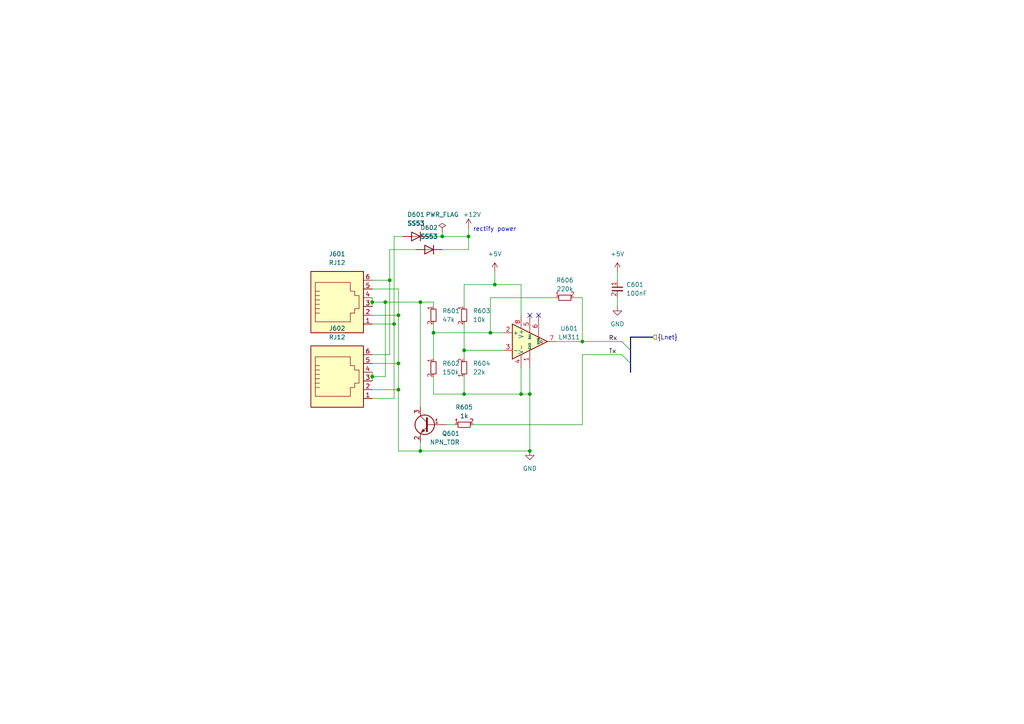
<source format=kicad_sch>
(kicad_sch (version 20231120) (generator "eeschema") (generator_version "8.0")
  (paper "A4")
  (lib_symbols
    (symbol "Comparator:LM311" (pin_names (offset 0.127))
      (property "Reference" "U" (at 3.81 6.35 0))
      (property "Value" "LM311" (at 3.81 3.81 0))
      (symbol "LM311_0_1"
        (polyline (pts (xy 5.08 0) (xy -5.08 5.08) (xy -5.08 -5.08) (xy 5.08 0)) (stroke (width 0.254)) (fill (type background)))
        (polyline (pts (xy 3.683 -0.381) (xy 3.302 -0.381) (xy 3.683 0) (xy 3.302 0.381) (xy 2.921 0) (xy 3.302 -0.381) (xy 2.921 -0.381)) (stroke (width 0.127)))
      )
      (symbol "LM311_1_1"
        (pin passive line (at 0 -7.62 90) (length 5.08) (name "GND") (number "1"))
        (pin input line (at -7.62 2.54 0) (length 2.54) (name "+") (number "2"))
        (pin input line (at -7.62 -2.54 0) (length 2.54) (name "-") (number "3"))
        (pin power_in line (at -2.54 -7.62 90) (length 3.81) (name "V-") (number "4"))
        (pin input line (at 0 7.62 270) (length 5.08) (name "BAL") (number "5"))
        (pin input line (at 2.54 7.62 270) (length 6.35) (name "STRB") (number "6"))
        (pin open_collector line (at 7.62 0 180) (length 2.54) (name "~") (number "7"))
        (pin power_in line (at -2.54 7.62 270) (length 3.81) (name "V+") (number "8"))
      )
    )
    (symbol "capacitor_miscellaneous:C_0402_100nF"
      (property "Reference" "C" (at 1.27 2.54 0))
      (property "Value" "100nF" (at 3.81 -2.54 0))
      (symbol "C_0402_100nF_0_1"
        (polyline (pts (xy -1.524 -0.508) (xy 1.524 -0.508)) (stroke (width 0.3302)))
        (polyline (pts (xy -1.524 0.508) (xy 1.524 0.508)) (stroke (width 0.3048)))
      )
      (symbol "C_0402_100nF_1_1"
        (pin passive line (at 0 2.54 270) (length 2.032) (name "~") (number "1"))
        (pin passive line (at 0 -2.54 90) (length 2.032) (name "~") (number "2"))
      )
    )
    (symbol "custom_kicad_lib_sk:NPN_TOR" (pin_names (offset 0) hide)
      (property "Reference" "Q" (at 5.08 1.905 0))
      (property "Value" "NPN_TOR" (at 5.08 0 0))
      (symbol "NPN_TOR_0_1"
        (polyline (pts (xy 0.635 0.635) (xy 2.54 2.54)))
        (polyline (pts (xy 0.635 -0.635) (xy 2.54 -2.54) (xy 2.54 -2.54)))
        (polyline (pts (xy 0.635 1.905) (xy 0.635 -1.905) (xy 0.635 -1.905)) (stroke (width 0.508)))
        (polyline (pts (xy 1.27 -1.778) (xy 1.778 -1.27) (xy 2.286 -2.286) (xy 1.27 -1.778) (xy 1.27 -1.778)) (fill (type outline)))
        (circle (center 1.27 0) (radius 2.8194) (stroke (width 0.254)))
      )
      (symbol "NPN_TOR_1_1"
        (pin input line (at -5.08 0 0) (length 5.715) (name "B") (number "1"))
        (pin passive line (at 2.54 -5.08 90) (length 2.54) (name "E") (number "2"))
        (pin passive line (at 2.54 5.08 270) (length 2.54) (name "C") (number "3"))
      )
    )
    (symbol "custom_kicad_lib_sk:RJ12" (pin_names (offset 1.016))
      (property "Reference" "J" (at -5.08 11.43 0))
      (property "Value" "RJ12" (at 2.54 11.43 0))
      (symbol "RJ12_0_1"
        (polyline (pts (xy -6.35 -1.905) (xy -5.08 -1.905) (xy -5.08 -1.905)))
        (polyline (pts (xy -6.35 -0.635) (xy -5.08 -0.635) (xy -5.08 -0.635)))
        (polyline (pts (xy -6.35 0.635) (xy -5.08 0.635) (xy -5.08 0.635)))
        (polyline (pts (xy -6.35 1.905) (xy -5.08 1.905) (xy -5.08 1.905)))
        (polyline (pts (xy -6.35 3.175) (xy -5.08 3.175) (xy -5.08 3.175)))
        (polyline (pts (xy -5.08 4.445) (xy -6.35 4.445) (xy -6.35 4.445)))
        (polyline (pts (xy -6.35 -4.445) (xy -6.35 6.985) (xy 3.81 6.985) (xy 3.81 4.445) (xy 5.08 4.445) (xy 5.08 3.175) (xy 6.35 3.175) (xy 6.35 -0.635) (xy 5.08 -0.635) (xy 5.08 -1.905) (xy 3.81 -1.905) (xy 3.81 -4.445) (xy -6.35 -4.445) (xy -6.35 -4.445)))
        (rectangle (start 7.62 10.16) (end -7.62 -7.62) (stroke (width 0.254)) (fill (type background)))
      )
      (symbol "RJ12_1_1"
        (pin passive line (at 10.16 -5.08 180) (length 2.54) (name "~") (number "1"))
        (pin passive line (at 10.16 -2.54 180) (length 2.54) (name "~") (number "2"))
        (pin passive line (at 10.16 0 180) (length 2.54) (name "~") (number "3"))
        (pin passive line (at 10.16 2.54 180) (length 2.54) (name "~") (number "4"))
        (pin passive line (at 10.16 5.08 180) (length 2.54) (name "~") (number "5"))
        (pin passive line (at 10.16 7.62 180) (length 2.54) (name "~") (number "6"))
      )
    )
    (symbol "custom_kicad_lib_sk:SS53" (pin_numbers hide) (pin_names (offset 1.016) hide)
      (property "Reference" "D" (at 0 2.54 0))
      (property "Value" "SS53" (at 0 -1.27 0))
      (symbol "SS53_0_1"
        (polyline (pts (xy -1.27 2.54) (xy -1.27 0)) (stroke (width 0.254)))
        (polyline (pts (xy 1.27 1.27) (xy -1.27 1.27)))
        (polyline (pts (xy 1.27 2.54) (xy 1.27 0) (xy -1.27 1.27) (xy 1.27 2.54)) (stroke (width 0.254)))
      )
      (symbol "SS53_1_1"
        (pin passive line (at -3.81 1.27 0) (length 2.54) (name "K") (number "1"))
        (pin passive line (at 3.81 1.27 180) (length 2.54) (name "A") (number "2"))
      )
    )
    (symbol "power:+12V" (power) (pin_numbers hide) (pin_names (offset 0) hide)
      (property "Value" "+12V" (at 0 3.556 0))
      (symbol "+12V_0_1"
        (polyline (pts (xy -0.762 1.27) (xy 0 2.54)))
        (polyline (pts (xy 0 0) (xy 0 2.54)))
        (polyline (pts (xy 0 2.54) (xy 0.762 1.27)))
      )
      (symbol "+12V_1_1"
        (pin power_in line (at 0 0 90) (length 0) (name "~") (number "1"))
      )
    )
    (symbol "power:+5V" (power) (pin_numbers hide) (pin_names (offset 0) hide)
      (property "Value" "+5V" (at 0 3.556 0))
      (symbol "+5V_0_1"
        (polyline (pts (xy -0.762 1.27) (xy 0 2.54)))
        (polyline (pts (xy 0 0) (xy 0 2.54)))
        (polyline (pts (xy 0 2.54) (xy 0.762 1.27)))
      )
      (symbol "+5V_1_1"
        (pin power_in line (at 0 0 90) (length 0) (name "~") (number "1"))
      )
    )
    (symbol "power:GND" (power) (pin_numbers hide) (pin_names (offset 0) hide)
      (property "Value" "GND" (at 0 -3.81 0))
      (symbol "GND_0_1"
        (polyline (pts (xy 0 0) (xy 0 -1.27) (xy 1.27 -1.27) (xy 0 -2.54) (xy -1.27 -1.27) (xy 0 -1.27)))
      )
      (symbol "GND_1_1"
        (pin power_in line (at 0 0 270) (length 0) (name "~") (number "1"))
      )
    )
    (symbol "power:PWR_FLAG" (power) (pin_numbers hide) (pin_names (offset 0) hide)
      (property "Value" "PWR_FLAG" (at 0 3.81 0))
      (symbol "PWR_FLAG_0_0"
        (pin power_out line (at 0 0 90) (length 0) (name "~") (number "1"))
      )
      (symbol "PWR_FLAG_0_1"
        (polyline (pts (xy 0 0) (xy 0 1.27) (xy -1.016 1.905) (xy 0 2.54) (xy 1.016 1.905) (xy 0 1.27)))
      )
    )
    (symbol "resistors_0603:R_10k_0603"
      (property "Reference" "R" (at 1.27 2.54 0))
      (property "Value" "10k" (at 2.54 -2.54 0))
      (symbol "R_10k_0603_0_1"
        (rectangle (start -0.762 1.778) (end 0.762 -1.778) (stroke (width 0.2032)))
      )
      (symbol "R_10k_0603_1_1"
        (pin passive line (at 0 2.54 270) (length 0.762) (name "~") (number "1"))
        (pin passive line (at 0 -2.54 90) (length 0.762) (name "~") (number "2"))
      )
    )
    (symbol "resistors_0603:R_150k_0603"
      (property "Reference" "R" (at 1.27 2.54 0))
      (property "Value" "150k" (at 2.54 -2.54 0))
      (symbol "R_150k_0603_0_1"
        (rectangle (start -0.762 1.778) (end 0.762 -1.778) (stroke (width 0.2032)))
      )
      (symbol "R_150k_0603_1_1"
        (pin passive line (at 0 2.54 270) (length 0.762) (name "~") (number "1"))
        (pin passive line (at 0 -2.54 90) (length 0.762) (name "~") (number "2"))
      )
    )
    (symbol "resistors_0603:R_1k_0603"
      (property "Reference" "R" (at 1.27 2.54 0))
      (property "Value" "1k" (at 2.54 -2.54 0))
      (symbol "R_1k_0603_0_1"
        (rectangle (start -0.762 1.778) (end 0.762 -1.778) (stroke (width 0.2032)))
      )
      (symbol "R_1k_0603_1_1"
        (pin passive line (at 0 2.54 270) (length 0.762) (name "~") (number "1"))
        (pin passive line (at 0 -2.54 90) (length 0.762) (name "~") (number "2"))
      )
    )
    (symbol "resistors_0603:R_220k_0603"
      (property "Reference" "R" (at 1.27 2.54 0))
      (property "Value" "220k" (at 2.54 -2.54 0))
      (symbol "R_220k_0603_0_1"
        (rectangle (start -0.762 1.778) (end 0.762 -1.778) (stroke (width 0.2032)))
      )
      (symbol "R_220k_0603_1_1"
        (pin passive line (at 0 2.54 270) (length 0.762) (name "~") (number "1"))
        (pin passive line (at 0 -2.54 90) (length 0.762) (name "~") (number "2"))
      )
    )
    (symbol "resistors_0603:R_22k_0603"
      (property "Reference" "R" (at 1.27 2.54 0))
      (property "Value" "22k" (at 2.54 -2.54 0))
      (symbol "R_22k_0603_0_1"
        (rectangle (start -0.762 1.778) (end 0.762 -1.778) (stroke (width 0.2032)))
      )
      (symbol "R_22k_0603_1_1"
        (pin passive line (at 0 2.54 270) (length 0.762) (name "~") (number "1"))
        (pin passive line (at 0 -2.54 90) (length 0.762) (name "~") (number "2"))
      )
    )
    (symbol "resistors_0603:R_47k_0603"
      (property "Reference" "R" (at 1.27 2.54 0))
      (property "Value" "47k" (at 2.54 -2.54 0))
      (symbol "R_47k_0603_0_1"
        (rectangle (start -0.762 1.778) (end 0.762 -1.778) (stroke (width 0.2032)))
      )
      (symbol "R_47k_0603_1_1"
        (pin passive line (at 0 2.54 270) (length 0.762) (name "~") (number "1"))
        (pin passive line (at 0 -2.54 90) (length 0.762) (name "~") (number "2"))
      )
    )
  )
  (junction (at 115.57 91.44))
  (junction (at 151.13 114.3))
  (junction (at 143.51 82.55))
  (junction (at 121.92 87.63))
  (junction (at 107.95 109.22))
  (junction (at 142.24 96.52))
  (junction (at 114.3 93.98))
  (junction (at 168.91 99.06))
  (junction (at 135.89 68.58))
  (junction (at 134.62 114.3))
  (junction (at 115.57 113.03))
  (junction (at 153.67 130.81))
  (junction (at 113.03 81.28))
  (junction (at 111.76 87.63))
  (junction (at 115.57 105.41))
  (junction (at 134.62 101.6))
  (junction (at 153.67 114.3))
  (junction (at 107.95 87.63))
  (junction (at 125.73 96.52))
  (junction (at 121.92 130.81))
  (junction (at 128.27 68.58))
  (no_connect (at 156.21 91.44))
  (no_connect (at 153.67 91.44))
  (bus_entry (at 180.34 102.87) (size 2.54 2.54))
  (bus_entry (at 180.34 99.06) (size 2.54 2.54))
  (wire (pts (xy 153.67 114.3) (xy 153.67 130.81)))
  (wire (pts (xy 107.95 113.03) (xy 115.57 113.03)))
  (wire (pts (xy 125.73 114.3) (xy 134.62 114.3)))
  (wire (pts (xy 125.73 96.52) (xy 142.24 96.52)))
  (wire (pts (xy 115.57 91.44) (xy 115.57 83.82)))
  (wire (pts (xy 134.62 101.6) (xy 134.62 104.14)))
  (wire (pts (xy 134.62 114.3) (xy 151.13 114.3)))
  (wire (pts (xy 168.91 86.36) (xy 166.37 86.36)))
  (wire (pts (xy 134.62 82.55) (xy 134.62 88.9)))
  (wire (pts (xy 107.95 109.22) (xy 111.76 109.22)))
  (wire (pts (xy 137.16 123.19) (xy 168.91 123.19)))
  (wire (pts (xy 151.13 91.44) (xy 151.13 82.55)))
  (wire (pts (xy 146.05 96.52) (xy 142.24 96.52)))
  (wire (pts (xy 121.92 87.63) (xy 125.73 87.63)))
  (wire (pts (xy 151.13 114.3) (xy 151.13 106.68)))
  (wire (pts (xy 121.92 130.81) (xy 153.67 130.81)))
  (wire (pts (xy 128.27 68.58) (xy 135.89 68.58)))
  (wire (pts (xy 125.73 93.98) (xy 125.73 96.52)))
  (wire (pts (xy 142.24 96.52) (xy 142.24 86.36)))
  (wire (pts (xy 107.95 87.63) (xy 107.95 88.9)))
  (wire (pts (xy 142.24 86.36) (xy 161.29 86.36)))
  (wire (pts (xy 143.51 78.74) (xy 143.51 82.55)))
  (wire (pts (xy 115.57 91.44) (xy 115.57 105.41)))
  (wire (pts (xy 111.76 87.63) (xy 121.92 87.63)))
  (wire (pts (xy 113.03 72.39) (xy 120.65 72.39)))
  (wire (pts (xy 168.91 102.87) (xy 168.91 123.19)))
  (wire (pts (xy 107.95 93.98) (xy 114.3 93.98)))
  (wire (pts (xy 124.46 68.58) (xy 128.27 68.58)))
  (wire (pts (xy 115.57 113.03) (xy 115.57 130.81)))
  (wire (pts (xy 125.73 87.63) (xy 125.73 88.9)))
  (wire (pts (xy 114.3 68.58) (xy 116.84 68.58)))
  (wire (pts (xy 135.89 68.58) (xy 135.89 72.39)))
  (wire (pts (xy 179.07 78.74) (xy 179.07 81.28)))
  (wire (pts (xy 113.03 72.39) (xy 113.03 81.28)))
  (bus (pts (xy 182.88 101.6) (xy 182.88 97.79)))
  (wire (pts (xy 161.29 99.06) (xy 168.91 99.06)))
  (wire (pts (xy 107.95 109.22) (xy 107.95 110.49)))
  (wire (pts (xy 134.62 82.55) (xy 143.51 82.55)))
  (wire (pts (xy 107.95 91.44) (xy 115.57 91.44)))
  (wire (pts (xy 168.91 99.06) (xy 180.34 99.06)))
  (wire (pts (xy 134.62 93.98) (xy 134.62 101.6)))
  (wire (pts (xy 135.89 72.39) (xy 128.27 72.39)))
  (wire (pts (xy 115.57 113.03) (xy 115.57 105.41)))
  (wire (pts (xy 115.57 130.81) (xy 121.92 130.81)))
  (wire (pts (xy 135.89 66.04) (xy 135.89 68.58)))
  (wire (pts (xy 107.95 107.95) (xy 107.95 109.22)))
  (bus (pts (xy 182.88 97.79) (xy 189.23 97.79)))
  (wire (pts (xy 151.13 114.3) (xy 153.67 114.3)))
  (wire (pts (xy 151.13 82.55) (xy 143.51 82.55)))
  (wire (pts (xy 107.95 86.36) (xy 107.95 87.63)))
  (wire (pts (xy 107.95 81.28) (xy 113.03 81.28)))
  (wire (pts (xy 134.62 114.3) (xy 134.62 109.22)))
  (wire (pts (xy 153.67 114.3) (xy 153.67 106.68)))
  (wire (pts (xy 168.91 86.36) (xy 168.91 99.06)))
  (wire (pts (xy 121.92 87.63) (xy 121.92 118.11)))
  (wire (pts (xy 111.76 87.63) (xy 111.76 109.22)))
  (wire (pts (xy 107.95 87.63) (xy 111.76 87.63)))
  (wire (pts (xy 168.91 102.87) (xy 180.34 102.87)))
  (wire (pts (xy 114.3 68.58) (xy 114.3 93.98)))
  (wire (pts (xy 107.95 115.57) (xy 114.3 115.57)))
  (bus (pts (xy 182.88 105.41) (xy 182.88 101.6)))
  (wire (pts (xy 134.62 101.6) (xy 146.05 101.6)))
  (wire (pts (xy 107.95 102.87) (xy 113.03 102.87)))
  (wire (pts (xy 114.3 93.98) (xy 114.3 115.57)))
  (wire (pts (xy 128.27 67.31) (xy 128.27 68.58)))
  (bus (pts (xy 182.88 107.95) (xy 182.88 105.41)))
  (wire (pts (xy 179.07 86.36) (xy 179.07 88.9)))
  (wire (pts (xy 113.03 81.28) (xy 113.03 102.87)))
  (wire (pts (xy 107.95 105.41) (xy 115.57 105.41)))
  (wire (pts (xy 125.73 96.52) (xy 125.73 104.14)))
  (wire (pts (xy 125.73 109.22) (xy 125.73 114.3)))
  (wire (pts (xy 121.92 128.27) (xy 121.92 130.81)))
  (wire (pts (xy 129.54 123.19) (xy 132.08 123.19)))
  (wire (pts (xy 115.57 83.82) (xy 107.95 83.82)))
  (text "rectify power" (at 137.16 67.31 0) (effects (font (size 1.27 1.27)) (justify left bottom)))
  (label "Tx" (at 176.53 102.87 0))
  (label "Rx" (at 176.53 99.06 0))
  (hierarchical_label "{Lnet}" (shape input) (at 189.23 97.79 0))
  (symbol (lib_id "resistors_0603:R_22k_0603") (at 134.62 106.68 180) (unit 1)
    (property "Reference" "R604" (at 137.16 105.41 0) (effects (justify right)))
    (property "Value" "22k" (at 137.16 107.95 0) (effects (justify right)))
    (property "Footprint" "custom_kicad_lib_sk:R_0603_smalltext" (effects (hide yes)))
    (property "JLCPCB Part#" "C31850" (effects (hide yes)))
  )
  (symbol (lib_id "custom_kicad_lib_sk:SS53") (at 120.65 67.31 180) (unit 1)
    (property "Reference" "D601" (at 120.65 62.23 0))
    (property "Value" "SS53" (at 120.65 64.77 0) (effects (font (bold yes))))
    (property "Footprint" "Diode_SMD:D_SMA" (effects (hide yes)))
    (property "Description" "Diode" (effects (hide yes)))
    (property "Sim.Device" "D" (effects (hide yes)))
    (property "Sim.Pins" "1=K 2=A" (effects (hide yes)))
    (property "JLCPCB Part#" "C8678" (effects (hide yes)))
  )
  (symbol (lib_id "power:+5V") (at 143.51 78.74 0) (unit 1)
    (property "Reference" "#PWR0602" (effects (hide yes)))
    (property "Value" "+5V" (at 143.51 73.66 0))
    (property "Description" "Power symbol creates a global label with name \"+5V\"" (effects (hide yes)))
  )
  (symbol (lib_id "power:PWR_FLAG") (at 128.27 67.31 0) (unit 1)
    (property "Reference" "#FLG0701" (effects (hide yes)))
    (property "Value" "PWR_FLAG" (at 128.27 62.23 0))
    (property "Description" "Special symbol for telling ERC where power comes from" (effects (hide yes)))
  )
  (symbol (lib_id "resistors_0603:R_10k_0603") (at 134.62 91.44 0) (unit 1)
    (property "Reference" "R603" (at 137.16 90.17 0) (effects (justify left)))
    (property "Value" "10k" (at 137.16 92.71 0) (effects (justify left)))
    (property "Footprint" "custom_kicad_lib_sk:R_0603_smalltext" (effects (hide yes)))
    (property "JLCPCB Part#" "C25804" (effects (hide yes)))
  )
  (symbol (lib_id "custom_kicad_lib_sk:RJ12") (at 97.79 88.9 0) (unit 1)
    (property "Reference" "J601" (at 97.79 73.66 0))
    (property "Value" "RJ12" (at 97.79 76.2 0))
    (property "Footprint" "custom_kicad_lib_sk:RJ12" (effects (hide yes)))
    (property "Description" "RJ connector, 6P6C (6 positions 6 connected), RJ12/RJ18/RJ25" (effects (hide yes)))
  )
  (symbol (lib_id "Comparator:LM311") (at 153.67 99.06 0) (unit 1)
    (property "Reference" "U601" (at 165.1 95.25 0))
    (property "Value" "LM311" (at 165.1 97.79 0))
    (property "Footprint" "Package_SO:SOP-8_3.9x4.9mm_P1.27mm" (effects (hide yes)))
    (property "Datasheet" "https://www.st.com/resource/en/datasheet/lm311.pdf" (effects (hide yes)))
    (property "Description" "Voltage Comparator, DIP-8/SOIC-8" (effects (hide yes)))
    (property "JLCPCB Part#" "C434495" (effects (hide yes)))
  )
  (symbol (lib_id "power:GND") (at 179.07 88.9 0) (unit 1)
    (property "Reference" "#PWR0605" (effects (hide yes)))
    (property "Value" "GND" (at 179.07 93.98 0))
    (property "Description" "Power symbol creates a global label with name \"GND\" , ground" (effects (hide yes)))
  )
  (symbol (lib_id "power:GND") (at 153.67 130.81 0) (unit 1)
    (property "Reference" "#PWR0604" (effects (hide yes)))
    (property "Value" "GND" (at 153.67 135.89 0))
    (property "Description" "Power symbol creates a global label with name \"GND\" , ground" (effects (hide yes)))
  )
  (symbol (lib_id "resistors_0603:R_1k_0603") (at 134.62 123.19 90) (unit 1)
    (property "Reference" "R605" (at 134.62 118.11 90))
    (property "Value" "1k" (at 134.62 120.65 90))
    (property "Footprint" "custom_kicad_lib_sk:R_0603_smalltext" (effects (hide yes)))
    (property "JLCPCB Part#" "C21190" (effects (hide yes)))
  )
  (symbol (lib_id "custom_kicad_lib_sk:NPN_TOR") (at 124.46 123.19 0) (mirror y) (unit 1)
    (property "Reference" "Q601" (at 133.35 125.73 0) (effects (justify left)))
    (property "Value" "NPN_TOR" (at 133.35 128.27 0) (effects (justify left)))
    (property "Footprint" "Package_TO_SOT_SMD:SOT-23" (effects (hide yes)))
    (property "Description" "0.6A Ic, 160V Vce, NPN Transistor, SOT-23" (effects (hide yes)))
    (property "JLCPCB Part#" "C2145" (effects (hide yes)))
  )
  (symbol (lib_id "custom_kicad_lib_sk:SS53") (at 124.46 71.12 180) (unit 1)
    (property "Reference" "D602" (at 124.46 66.04 0))
    (property "Value" "SS53" (at 124.46 68.58 0) (effects (font (bold yes))))
    (property "Footprint" "Diode_SMD:D_SMA" (effects (hide yes)))
    (property "Description" "Diode" (effects (hide yes)))
    (property "Sim.Device" "D" (effects (hide yes)))
    (property "Sim.Pins" "1=K 2=A" (effects (hide yes)))
    (property "JLCPCB Part#" "C8678" (effects (hide yes)))
  )
  (symbol (lib_id "resistors_0603:R_150k_0603") (at 125.73 106.68 0) (unit 1)
    (property "Reference" "R602" (at 128.27 105.41 0) (effects (justify left)))
    (property "Value" "150k" (at 128.27 107.95 0) (effects (justify left)))
    (property "Footprint" "custom_kicad_lib_sk:R_0603_smalltext" (effects (hide yes)))
    (property "JLCPCB Part#" "C22807" (effects (hide yes)))
  )
  (symbol (lib_id "resistors_0603:R_220k_0603") (at 163.83 86.36 90) (unit 1)
    (property "Reference" "R606" (at 163.83 81.28 90))
    (property "Value" "220k" (at 163.83 83.82 90))
    (property "Footprint" "custom_kicad_lib_sk:R_0603_smalltext" (effects (hide yes)))
    (property "JLCPCB Part#" "C22961" (effects (hide yes)))
  )
  (symbol (lib_id "custom_kicad_lib_sk:RJ12") (at 97.79 110.49 0) (unit 1)
    (property "Reference" "J602" (at 97.79 95.25 0))
    (property "Value" "RJ12" (at 97.79 97.79 0))
    (property "Footprint" "custom_kicad_lib_sk:RJ12" (effects (hide yes)))
    (property "Description" "RJ connector, 6P6C (6 positions 6 connected), RJ12/RJ18/RJ25" (effects (hide yes)))
  )
  (symbol (lib_id "power:+5V") (at 179.07 78.74 0) (unit 1)
    (property "Reference" "#PWR0603" (effects (hide yes)))
    (property "Value" "+5V" (at 179.07 73.66 0))
    (property "Description" "Power symbol creates a global label with name \"+5V\"" (effects (hide yes)))
  )
  (symbol (lib_id "resistors_0603:R_47k_0603") (at 125.73 91.44 0) (unit 1)
    (property "Reference" "R601" (at 128.27 90.17 0) (effects (justify left)))
    (property "Value" "47k" (at 128.27 92.71 0) (effects (justify left)))
    (property "Footprint" "custom_kicad_lib_sk:R_0603_smalltext" (effects (hide yes)))
    (property "JLCPCB Part#" "C25819" (effects (hide yes)))
  )
  (symbol (lib_id "power:+12V") (at 135.89 66.04 0) (unit 1)
    (property "Reference" "#PWR0601" (effects (hide yes)))
    (property "Value" "+12V" (at 136.906 62.23 0))
    (property "Description" "Power symbol creates a global label with name \"+12V\"" (effects (hide yes)))
  )
  (symbol (lib_id "capacitor_miscellaneous:C_0402_100nF") (at 179.07 83.82 0) (unit 1)
    (property "Reference" "C601" (at 181.61 82.5563 0) (effects (justify left)))
    (property "Value" "100nF" (at 181.61 85.0963 0) (effects (justify left)))
    (property "Footprint" "Capacitor_SMD:C_0402_1005Metric" (effects (hide yes)))
    (property "JLCPCB Part#" "C307331" (effects (hide yes)))
  )
)
</source>
